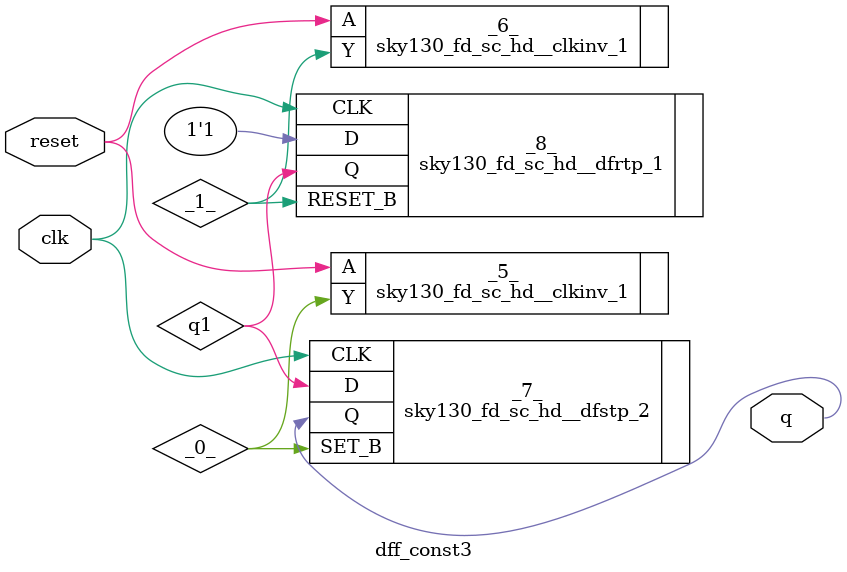
<source format=v>
/* Generated by Yosys 0.47+121 (git sha1 98b4affc4, g++ 13.2.0-23ubuntu4 -fPIC -O3) */

module dff_const3(clk, reset, q);
  wire _0_;
  wire _1_;
  wire _2_;
  wire _3_;
  wire _4_;
  input clk;
  wire clk;
  output q;
  wire q;
  wire q1;
  input reset;
  wire reset;
  sky130_fd_sc_hd__clkinv_1 _5_ (
    .A(_2_),
    .Y(_0_)
  );
  sky130_fd_sc_hd__clkinv_1 _6_ (
    .A(_2_),
    .Y(_1_)
  );
  sky130_fd_sc_hd__dfstp_2 _7_ (
    .CLK(clk),
    .D(q1),
    .Q(q),
    .SET_B(_3_)
  );
  sky130_fd_sc_hd__dfrtp_1 _8_ (
    .CLK(clk),
    .D(1'h1),
    .Q(q1),
    .RESET_B(_4_)
  );
  assign _2_ = reset;
  assign _3_ = _0_;
  assign _4_ = _1_;
endmodule

</source>
